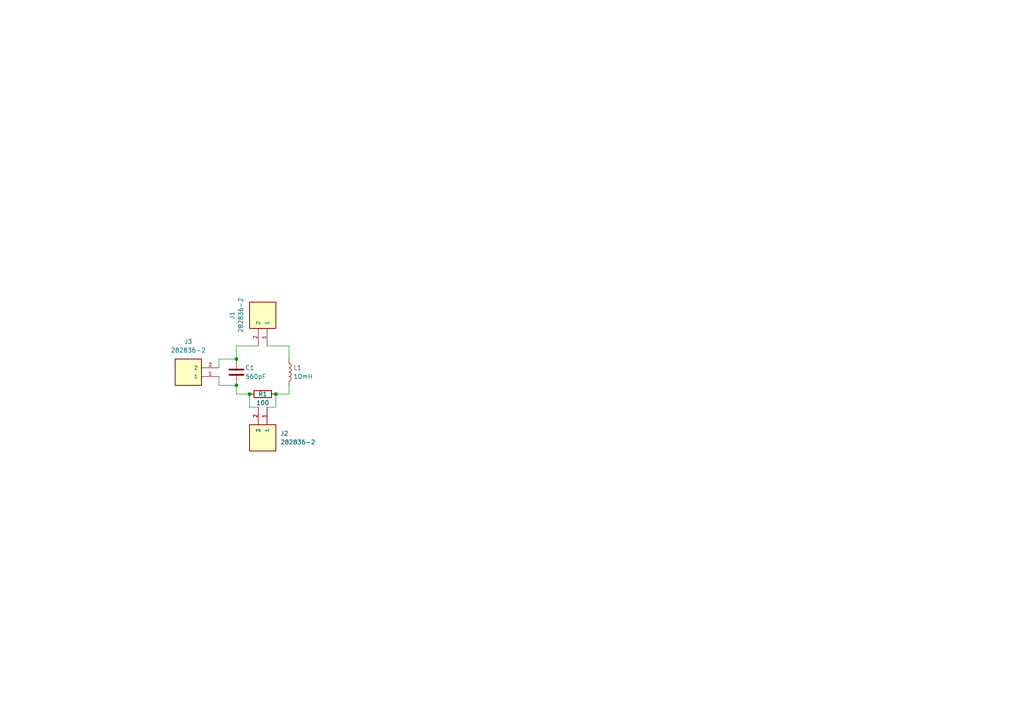
<source format=kicad_sch>
(kicad_sch (version 20250114) (generator "eeschema") (generator_version "9.0")
  (paper "A4")
  (lib_symbols
    (symbol "282836-2:282836-2" (pin_names (offset 1.016))
      (property "Reference" "J" (at 0 6.35 0))
      (property "Value" "282836-2" (at 0 -5.08 0))
      (symbol "282836-2_0_0"
        (rectangle (start 0 -2.54) (end 7.62 5.08) (stroke (width 0.254)) (fill (type background)))
        (pin passive line (at -5.08 2.54 0) (length 5.08) (name "1") (number "1"))
        (pin passive line (at -5.08 0 0) (length 5.08) (name "2") (number "2"))
      )
    )
    (symbol "Device:C" (pin_numbers (hide yes)) (pin_names (offset 0.254))
      (property "Reference" "C" (at 0.635 2.54 0))
      (property "Value" "C" (at 0.635 -2.54 0))
      (symbol "C_0_1"
        (polyline (pts (xy -2.032 0.762) (xy 2.032 0.762)) (stroke (width 0.508)))
        (polyline (pts (xy -2.032 -0.762) (xy 2.032 -0.762)) (stroke (width 0.508)))
      )
      (symbol "C_1_1"
        (pin passive line (at 0 3.81 270) (length 2.794) (name "~") (number "1"))
        (pin passive line (at 0 -3.81 90) (length 2.794) (name "~") (number "2"))
      )
    )
    (symbol "Device:L" (pin_numbers (hide yes)) (pin_names (offset 1.016) (hide yes))
      (property "Reference" "L" (at -1.27 0 90))
      (property "Value" "L" (at 1.905 0 90))
      (symbol "L_0_1"
        (arc (start 0 2.54) (mid 0.6323 1.905) (end 0 1.27))
        (arc (start 0 1.27) (mid 0.6323 0.635) (end 0 0))
        (arc (start 0 0) (mid 0.6323 -0.635) (end 0 -1.27))
        (arc (start 0 -1.27) (mid 0.6323 -1.905) (end 0 -2.54))
      )
      (symbol "L_1_1"
        (pin passive line (at 0 3.81 270) (length 1.27) (name "1") (number "1"))
        (pin passive line (at 0 -3.81 90) (length 1.27) (name "2") (number "2"))
      )
    )
    (symbol "Device:R" (pin_numbers (hide yes)) (pin_names (offset 0))
      (property "Reference" "R" (at 2.032 0 90))
      (property "Value" "R" (at 0 0 90))
      (symbol "R_0_1"
        (rectangle (start -1.016 -2.54) (end 1.016 2.54) (stroke (width 0.254)))
      )
      (symbol "R_1_1"
        (pin passive line (at 0 3.81 270) (length 1.27) (name "~") (number "1"))
        (pin passive line (at 0 -3.81 90) (length 1.27) (name "~") (number "2"))
      )
    )
  )
  (junction (at 68.58 111.76))
  (junction (at 80.01 114.3))
  (junction (at 68.58 104.14))
  (junction (at 72.39 114.3))
  (wire (pts (xy 83.82 111.76) (xy 83.82 114.3)))
  (wire (pts (xy 63.5 111.76) (xy 68.58 111.76)))
  (wire (pts (xy 83.82 114.3) (xy 80.01 114.3)))
  (wire (pts (xy 74.93 118.11) (xy 72.39 118.11)))
  (wire (pts (xy 63.5 104.14) (xy 68.58 104.14)))
  (wire (pts (xy 63.5 106.68) (xy 63.5 104.14)))
  (wire (pts (xy 83.82 100.33) (xy 83.82 104.14)))
  (wire (pts (xy 77.47 100.33) (xy 83.82 100.33)))
  (wire (pts (xy 68.58 114.3) (xy 68.58 111.76)))
  (wire (pts (xy 68.58 104.14) (xy 68.58 100.33)))
  (wire (pts (xy 77.47 118.11) (xy 80.01 118.11)))
  (wire (pts (xy 72.39 114.3) (xy 68.58 114.3)))
  (wire (pts (xy 63.5 109.22) (xy 63.5 111.76)))
  (wire (pts (xy 68.58 100.33) (xy 74.93 100.33)))
  (wire (pts (xy 72.39 118.11) (xy 72.39 114.3)))
  (wire (pts (xy 80.01 118.11) (xy 80.01 114.3)))
  (symbol (lib_id "282836-2:282836-2") (at 58.42 106.68 180) (unit 1)
    (property "Reference" "J3" (at 54.61 99.06 0))
    (property "Value" "282836-2" (at 54.61 101.6 0))
    (property "Footprint" "2802836-2:TE_282836-2" (effects (hide yes)))
    (property "Comment" "282836-2" (effects (hide yes)))
    (property "MF" "TE Connectivity" (effects (hide yes)))
    (property "MAXIMUM_PACKAGE_HEIGHT" "10 mm" (effects (hide yes)))
    (property "Package" "None" (effects (hide yes)))
    (property "Price" "None" (effects (hide yes)))
    (property "Check_prices" "https://www.snapeda.com/parts/282836-2/TE+Connectivity+AMP+Connectors/view-part/?ref=eda" (effects (hide yes)))
    (property "STANDARD" "Manufacturer Recommendations" (effects (hide yes)))
    (property "PARTREV" "J1" (effects (hide yes)))
    (property "SnapEDA_Link" "https://www.snapeda.com/parts/282836-2/TE+Connectivity+AMP+Connectors/view-part/?ref=snap" (effects (hide yes)))
    (property "MP" "282836-2" (effects (hide yes)))
    (property "Description_1" "Terminal Block Connector Wire Receptacle 2 5 mm 30-16 AWG Green 13.5 A 300 V | TE Connectivity 282836-2" (effects (hide yes)))
    (property "SNAPEDA_PN" "282836-2" (effects (hide yes)))
    (property "Availability" "In Stock" (effects (hide yes)))
    (property "MANUFACTURER" "TE Connectivity" (effects (hide yes)))
  )
  (symbol (lib_id "Device:C") (at 68.58 107.95 180) (unit 1)
    (property "Reference" "C1" (at 71.12 106.68 0) (effects (justify right)))
    (property "Value" "560pF" (at 71.12 109.22 0) (effects (justify right)))
    (property "Footprint" "Capacitor_THT:C_Disc_D12.5mm_W5.0mm_P7.50mm" (effects (hide yes)))
    (property "Description" "Unpolarized capacitor" (effects (hide yes)))
  )
  (symbol (lib_id "282836-2:282836-2") (at 74.93 123.19 270) (unit 1)
    (property "Reference" "J2" (at 81.28 125.7299 90) (effects (justify left)))
    (property "Value" "282836-2" (at 81.28 128.2699 90) (effects (justify left)))
    (property "Footprint" "2802836-2:TE_282836-2" (effects (hide yes)))
    (property "Comment" "282836-2" (effects (hide yes)))
    (property "MF" "TE Connectivity" (effects (hide yes)))
    (property "MAXIMUM_PACKAGE_HEIGHT" "10 mm" (effects (hide yes)))
    (property "Package" "None" (effects (hide yes)))
    (property "Price" "None" (effects (hide yes)))
    (property "Check_prices" "https://www.snapeda.com/parts/282836-2/TE+Connectivity+AMP+Connectors/view-part/?ref=eda" (effects (hide yes)))
    (property "STANDARD" "Manufacturer Recommendations" (effects (hide yes)))
    (property "PARTREV" "J1" (effects (hide yes)))
    (property "SnapEDA_Link" "https://www.snapeda.com/parts/282836-2/TE+Connectivity+AMP+Connectors/view-part/?ref=snap" (effects (hide yes)))
    (property "MP" "282836-2" (effects (hide yes)))
    (property "Description_1" "Terminal Block Connector Wire Receptacle 2 5 mm 30-16 AWG Green 13.5 A 300 V | TE Connectivity 282836-2" (effects (hide yes)))
    (property "SNAPEDA_PN" "282836-2" (effects (hide yes)))
    (property "Availability" "In Stock" (effects (hide yes)))
    (property "MANUFACTURER" "TE Connectivity" (effects (hide yes)))
  )
  (symbol (lib_id "Device:L") (at 83.82 107.95 0) (unit 1)
    (property "Reference" "L1" (at 85.09 106.6799 0) (effects (justify left)))
    (property "Value" "10mH" (at 85.09 109.2199 0) (effects (justify left)))
    (property "Footprint" "Inductor_THT:L_Axial_L5.3mm_D2.2mm_P10.16mm_Horizontal_Vishay_IM-1" (effects (hide yes)))
    (property "Description" "Inductor" (effects (hide yes)))
  )
  (symbol (lib_id "282836-2:282836-2") (at 74.93 95.25 270) (mirror x) (unit 1)
    (property "Reference" "J1" (at 67.31 91.44 0))
    (property "Value" "282836-2" (at 69.85 91.44 0))
    (property "Footprint" "2802836-2:TE_282836-2" (effects (hide yes)))
    (property "Comment" "282836-2" (effects (hide yes)))
    (property "MF" "TE Connectivity" (effects (hide yes)))
    (property "MAXIMUM_PACKAGE_HEIGHT" "10 mm" (effects (hide yes)))
    (property "Package" "None" (effects (hide yes)))
    (property "Price" "None" (effects (hide yes)))
    (property "Check_prices" "https://www.snapeda.com/parts/282836-2/TE+Connectivity+AMP+Connectors/view-part/?ref=eda" (effects (hide yes)))
    (property "STANDARD" "Manufacturer Recommendations" (effects (hide yes)))
    (property "PARTREV" "J1" (effects (hide yes)))
    (property "SnapEDA_Link" "https://www.snapeda.com/parts/282836-2/TE+Connectivity+AMP+Connectors/view-part/?ref=snap" (effects (hide yes)))
    (property "MP" "282836-2" (effects (hide yes)))
    (property "Description_1" "Terminal Block Connector Wire Receptacle 2 5 mm 30-16 AWG Green 13.5 A 300 V | TE Connectivity 282836-2" (effects (hide yes)))
    (property "SNAPEDA_PN" "282836-2" (effects (hide yes)))
    (property "Availability" "In Stock" (effects (hide yes)))
    (property "MANUFACTURER" "TE Connectivity" (effects (hide yes)))
  )
  (symbol (lib_id "Device:R") (at 76.2 114.3 90) (unit 1)
    (property "Reference" "R1" (at 76.2 114.3 90))
    (property "Value" "100" (at 76.2 116.84 90))
    (property "Footprint" "Resistor_THT:R_Axial_DIN0207_L6.3mm_D2.5mm_P7.62mm_Horizontal" (effects (hide yes)))
    (property "Description" "Resistor" (effects (hide yes)))
  )
)
</source>
